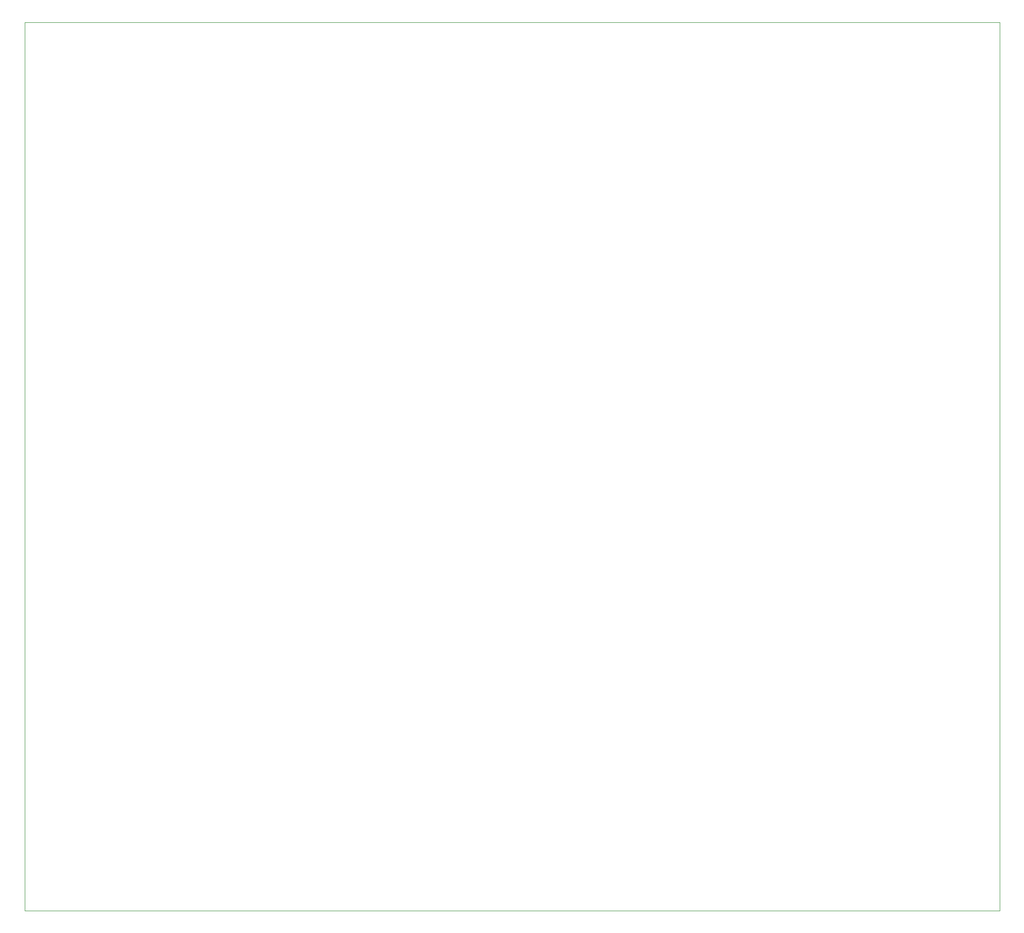
<source format=gm1>
G04 #@! TF.GenerationSoftware,KiCad,Pcbnew,(6.0.2)*
G04 #@! TF.CreationDate,2022-05-25T13:29:00+08:00*
G04 #@! TF.ProjectId,CGMOI,43474d4f-492e-46b6-9963-61645f706362,rev?*
G04 #@! TF.SameCoordinates,Original*
G04 #@! TF.FileFunction,Profile,NP*
%FSLAX46Y46*%
G04 Gerber Fmt 4.6, Leading zero omitted, Abs format (unit mm)*
G04 Created by KiCad (PCBNEW (6.0.2)) date 2022-05-25 13:29:00*
%MOMM*%
%LPD*%
G01*
G04 APERTURE LIST*
G04 #@! TA.AperFunction,Profile*
%ADD10C,0.100000*%
G04 #@! TD*
G04 APERTURE END LIST*
D10*
X20000000Y-20000000D02*
X190000000Y-20000000D01*
X190000000Y-20000000D02*
X190000000Y-175000000D01*
X190000000Y-175000000D02*
X20000000Y-175000000D01*
X20000000Y-175000000D02*
X20000000Y-20000000D01*
M02*

</source>
